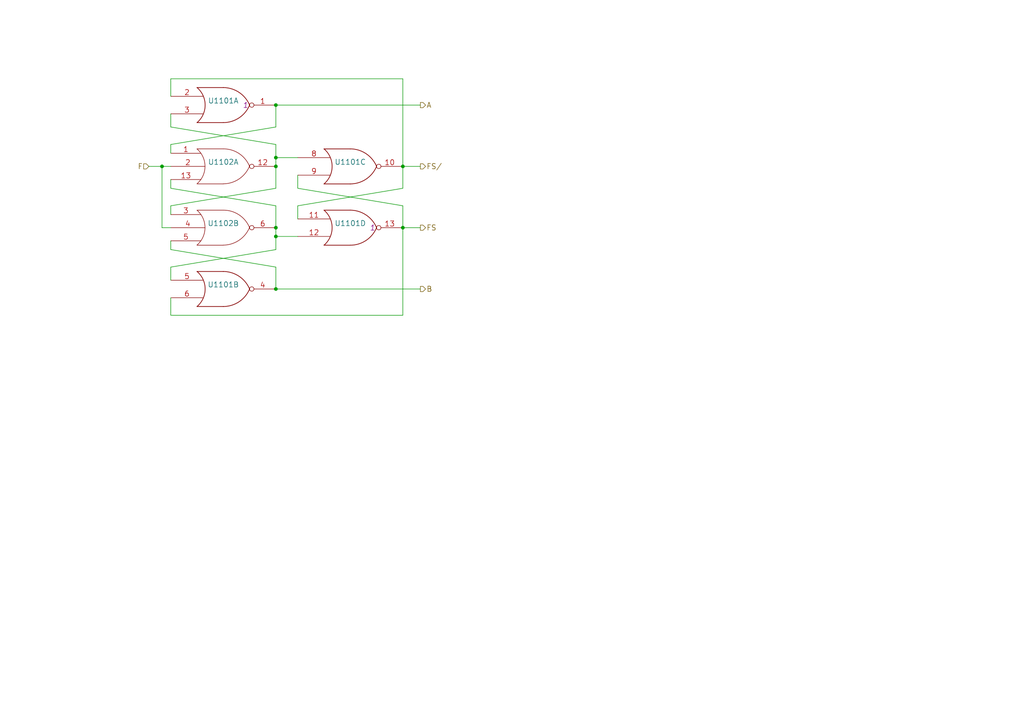
<source format=kicad_sch>
(kicad_sch (version 20211123) (generator eeschema)
  (paper "A4")
  (lib_symbols
    (symbol "agc_kicad_components:74HC02" (pin_names (offset 0.762))
      (property "Reference" "U" (at 0 1.27 0))
      (symbol "74HC02_1_1"
        (arc (start -7.62 -5.08) (mid -5.2708 0) (end -7.62 5.08) (stroke (width 0.2032)))
        (arc (start 0 -5.08) (mid 4.5812 -3.6906) (end 7.62 0) (stroke (width 0.2032)))
        (polyline (pts (xy -7.62 -5.08) (xy 0 -5.08)) (stroke (width 0.2032)))
        (polyline (pts (xy -7.62 5.08) (xy 0 5.08)) (stroke (width 0.2032)))
        (arc (start 7.62 0) (mid 4.5727 3.6819) (end 0 5.08) (stroke (width 0.2032)))
        (pin output inverted (at 15.24 0 180) (length 7.62) (name "~") (number "1"))
        (pin input line (at -15.24 2.54 0) (length 9.398) (name "~") (number "2"))
        (pin input line (at -15.24 -2.54 0) (length 9.398) (name "~") (number "3"))
      )
      (symbol "74HC02_2_1"
        (arc (start -7.62 -5.08) (mid -5.2708 0) (end -7.62 5.08) (stroke (width 0.2032)))
        (arc (start 0 -5.08) (mid 4.5812 -3.6906) (end 7.62 0) (stroke (width 0.2032)))
        (polyline (pts (xy -7.62 -5.08) (xy 0 -5.08)) (stroke (width 0.2032)))
        (polyline (pts (xy -7.62 5.08) (xy 0 5.08)) (stroke (width 0.2032)))
        (arc (start 7.62 0) (mid 4.5727 3.6819) (end 0 5.08) (stroke (width 0.2032)))
        (pin output inverted (at 15.24 0 180) (length 7.62) (name "~") (number "4"))
        (pin input line (at -15.24 2.54 0) (length 9.398) (name "~") (number "5"))
        (pin input line (at -15.24 -2.54 0) (length 9.398) (name "~") (number "6"))
      )
      (symbol "74HC02_3_1"
        (arc (start -7.62 -5.08) (mid -5.2708 0) (end -7.62 5.08) (stroke (width 0.2032)))
        (arc (start 0 -5.08) (mid 4.5812 -3.6906) (end 7.62 0) (stroke (width 0.2032)))
        (polyline (pts (xy -7.62 -5.08) (xy 0 -5.08)) (stroke (width 0.2032)))
        (polyline (pts (xy -7.62 5.08) (xy 0 5.08)) (stroke (width 0.2032)))
        (arc (start 7.62 0) (mid 4.5727 3.6819) (end 0 5.08) (stroke (width 0.2032)))
        (pin output inverted (at 15.24 0 180) (length 7.62) (name "~") (number "10"))
        (pin input line (at -15.24 2.54 0) (length 9.398) (name "~") (number "8"))
        (pin input line (at -15.24 -2.54 0) (length 9.398) (name "~") (number "9"))
      )
      (symbol "74HC02_4_1"
        (arc (start -7.62 -5.08) (mid -5.2708 0) (end -7.62 5.08) (stroke (width 0.2032)))
        (arc (start 0 -5.08) (mid 4.5812 -3.6906) (end 7.62 0) (stroke (width 0.2032)))
        (polyline (pts (xy -7.62 -5.08) (xy 0 -5.08)) (stroke (width 0.2032)))
        (polyline (pts (xy -7.62 5.08) (xy 0 5.08)) (stroke (width 0.2032)))
        (arc (start 7.62 0) (mid 4.5727 3.6819) (end 0 5.08) (stroke (width 0.2032)))
        (pin input line (at -15.24 2.54 0) (length 9.398) (name "~") (number "11"))
        (pin input line (at -15.24 -2.54 0) (length 9.398) (name "~") (number "12"))
        (pin output inverted (at 15.24 0 180) (length 7.62) (name "~") (number "13"))
      )
      (symbol "74HC02_5_0"
        (text "GND" (at 2.54 -3.81 0) (effects (font (size 0.9906 0.9906))))
        (text "VCC" (at 2.54 3.81 0) (effects (font (size 0.9906 0.9906))))
      )
      (symbol "74HC02_5_1"
        (rectangle (start -5.08 2.54) (end 5.08 -2.54))
        (pin power_in line (at 0 6.35 270) (length 3.81) (name "VCC") (number "14"))
        (pin power_in line (at 0 -6.35 90) (length 3.81) (name "GND") (number "7"))
      )
    )
    (symbol "agc_kicad_components:74HC27" (pin_names (offset 0.762))
      (property "Reference" "U" (at 0 1.27 0))
      (symbol "74HC27_1_1"
        (arc (start -7.62 -5.0292) (mid -5.3094 0.0082) (end -7.62 5.0546))
        (arc (start 0 -5.0546) (mid 4.5632 -3.6449) (end 7.5946 0.0508))
        (polyline (pts (xy -7.62 -5.08) (xy 0 -5.08)))
        (polyline (pts (xy -7.62 5.08) (xy 0 5.08)))
        (arc (start 7.62 0) (mid 4.6132 3.6946) (end 0.0508 5.08))
        (pin input line (at -15.24 3.81 0) (length 8.763) (name "~") (number "1"))
        (pin output inverted (at 15.24 0 180) (length 7.62) (name "~") (number "12"))
        (pin input line (at -15.24 -3.81 0) (length 8.763) (name "~") (number "13"))
        (pin input line (at -15.24 0 0) (length 9.906) (name "~") (number "2"))
      )
      (symbol "74HC27_2_1"
        (arc (start -7.62 -5.0292) (mid -5.3094 0.0082) (end -7.62 5.0546))
        (arc (start 0 -5.0546) (mid 4.5632 -3.6449) (end 7.5946 0.0508))
        (polyline (pts (xy -7.62 -5.08) (xy 0 -5.08)))
        (polyline (pts (xy -7.62 5.08) (xy 0 5.08)))
        (arc (start 7.62 0) (mid 4.6132 3.6946) (end 0.0508 5.08))
        (pin input line (at -15.24 3.81 0) (length 8.763) (name "~") (number "3"))
        (pin input line (at -15.24 0 0) (length 9.906) (name "~") (number "4"))
        (pin input line (at -15.24 -3.81 0) (length 8.763) (name "~") (number "5"))
        (pin output inverted (at 15.24 0 180) (length 7.62) (name "~") (number "6"))
      )
      (symbol "74HC27_3_1"
        (arc (start -7.62 -5.0292) (mid -5.3094 0.0082) (end -7.62 5.0546))
        (arc (start 0 -5.0546) (mid 4.5632 -3.6449) (end 7.5946 0.0508))
        (polyline (pts (xy -7.62 -5.08) (xy 0 -5.08)))
        (polyline (pts (xy -7.62 5.08) (xy 0 5.08)))
        (arc (start 7.62 0) (mid 4.6132 3.6946) (end 0.0508 5.08))
        (pin input line (at -15.24 0 0) (length 9.906) (name "~") (number "10"))
        (pin input line (at -15.24 -3.81 0) (length 8.763) (name "~") (number "11"))
        (pin output inverted (at 15.24 0 180) (length 7.62) (name "~") (number "8"))
        (pin input line (at -15.24 3.81 0) (length 8.763) (name "~") (number "9"))
      )
      (symbol "74HC27_4_0"
        (text "GND" (at 2.54 -3.81 0) (effects (font (size 0.9906 0.9906))))
        (text "VCC" (at 2.54 3.81 0) (effects (font (size 0.9906 0.9906))))
      )
      (symbol "74HC27_4_1"
        (rectangle (start -5.08 2.54) (end 5.08 -2.54))
        (pin power_in line (at 0 6.35 270) (length 3.81) (name "VCC") (number "14"))
        (pin power_in line (at 0 -6.35 90) (length 3.81) (name "GND") (number "7"))
      )
    )
  )
  (junction (at 80.01 45.72))
  (junction (at 46.99 48.26))
  (junction (at 116.84 48.26))
  (junction (at 80.01 68.58))
  (junction (at 80.01 83.82))
  (junction (at 80.01 66.04))
  (junction (at 116.84 66.04))
  (junction (at 80.01 30.48))
  (junction (at 80.01 48.26))
  (wire (pts (xy 49.53 36.83) (xy 49.53 33.02)))
  (wire (pts (xy 43.18 48.26) (xy 46.99 48.26)))
  (wire (pts (xy 46.99 48.26) (xy 49.53 48.26)))
  (wire (pts (xy 116.84 91.44) (xy 49.53 91.44)))
  (wire (pts (xy 80.01 66.04) (xy 80.01 68.58)))
  (wire (pts (xy 49.53 77.47) (xy 49.53 81.28)))
  (wire (pts (xy 116.84 59.69) (xy 116.84 66.04)))
  (wire (pts (xy 86.36 54.61) (xy 86.36 50.8)))
  (wire (pts (xy 80.01 41.91) (xy 49.53 36.83)))
  (wire (pts (xy 80.01 41.91) (xy 80.01 45.72)))
  (wire (pts (xy 49.53 41.91) (xy 49.53 44.45)))
  (wire (pts (xy 116.84 66.04) (xy 121.92 66.04)))
  (wire (pts (xy 116.84 54.61) (xy 86.36 59.69)))
  (wire (pts (xy 80.01 30.48) (xy 121.92 30.48)))
  (wire (pts (xy 116.84 48.26) (xy 121.92 48.26)))
  (wire (pts (xy 80.01 83.82) (xy 80.01 77.47)))
  (wire (pts (xy 116.84 22.86) (xy 116.84 48.26)))
  (wire (pts (xy 80.01 30.48) (xy 80.01 36.83)))
  (wire (pts (xy 116.84 59.69) (xy 86.36 54.61)))
  (wire (pts (xy 80.01 54.61) (xy 49.53 59.69)))
  (wire (pts (xy 49.53 22.86) (xy 49.53 27.94)))
  (wire (pts (xy 86.36 59.69) (xy 86.36 63.5)))
  (wire (pts (xy 116.84 22.86) (xy 49.53 22.86)))
  (wire (pts (xy 116.84 66.04) (xy 116.84 91.44)))
  (wire (pts (xy 49.53 54.61) (xy 49.53 52.07)))
  (wire (pts (xy 80.01 59.69) (xy 49.53 54.61)))
  (wire (pts (xy 80.01 77.47) (xy 49.53 72.39)))
  (wire (pts (xy 116.84 48.26) (xy 116.84 54.61)))
  (wire (pts (xy 46.99 66.04) (xy 49.53 66.04)))
  (wire (pts (xy 46.99 48.26) (xy 46.99 66.04)))
  (wire (pts (xy 49.53 72.39) (xy 49.53 69.85)))
  (wire (pts (xy 80.01 36.83) (xy 49.53 41.91)))
  (wire (pts (xy 49.53 59.69) (xy 49.53 62.23)))
  (wire (pts (xy 86.36 68.58) (xy 80.01 68.58)))
  (wire (pts (xy 80.01 48.26) (xy 80.01 54.61)))
  (wire (pts (xy 49.53 91.44) (xy 49.53 86.36)))
  (wire (pts (xy 80.01 83.82) (xy 121.92 83.82)))
  (wire (pts (xy 80.01 68.58) (xy 80.01 72.39)))
  (wire (pts (xy 86.36 45.72) (xy 80.01 45.72)))
  (wire (pts (xy 80.01 45.72) (xy 80.01 48.26)))
  (wire (pts (xy 80.01 59.69) (xy 80.01 66.04)))
  (wire (pts (xy 80.01 72.39) (xy 49.53 77.47)))
  (hierarchical_label "B" (shape output) (at 121.92 83.82 0) (effects (font (size 1.524 1.524))))
  (hierarchical_label "F" (shape input) (at 43.18 48.26 180) (effects (font (size 1.524 1.524))))
  (hierarchical_label "FS" (shape output) (at 121.92 66.04 0) (effects (font (size 1.524 1.524))))
  (hierarchical_label "A" (shape output) (at 121.92 30.48 0) (effects (font (size 1.524 1.524))))
  (hierarchical_label "FS/" (shape output) (at 121.92 48.26 0) (effects (font (size 1.524 1.524))))
  (symbol (lib_id "agc_kicad_components:74HC27") (at 64.77 48.26 0) (unit 1)
    (property "Reference" "U1102" (at 64.77 46.99 0) (effects (font (size 1.524 1.524))))
  )
  (symbol (lib_id "agc_kicad_components:74HC27") (at 64.77 66.04 0) (unit 2)
    (property "Reference" "U1102" (at 64.77 64.77 0) (effects (font (size 1.524 1.524))))
  )
  (symbol (lib_id "agc_kicad_components:74HC02") (at 64.77 30.48 0) (unit 1)
    (property "Reference" "U1101" (at 64.77 29.21 0) (effects (font (size 1.524 1.524))))
    (property "Initial" "1" (at 71.12 30.48 0) (effects (font (size 1.524 1.524) italic)))
  )
  (symbol (lib_id "agc_kicad_components:74HC02") (at 64.77 83.82 0) (unit 2)
    (property "Reference" "U1101" (at 64.77 82.55 0) (effects (font (size 1.524 1.524))))
  )
  (symbol (lib_id "agc_kicad_components:74HC02") (at 101.6 48.26 0) (unit 3)
    (property "Reference" "U1101" (at 101.6 46.99 0) (effects (font (size 1.524 1.524))))
  )
  (symbol (lib_id "agc_kicad_components:74HC02") (at 101.6 66.04 0) (unit 4)
    (property "Reference" "U1101" (at 101.6 64.77 0) (effects (font (size 1.524 1.524))))
    (property "Initial" "1" (at 107.95 66.04 0) (effects (font (size 1.524 1.524) italic)))
  )
)
</source>
